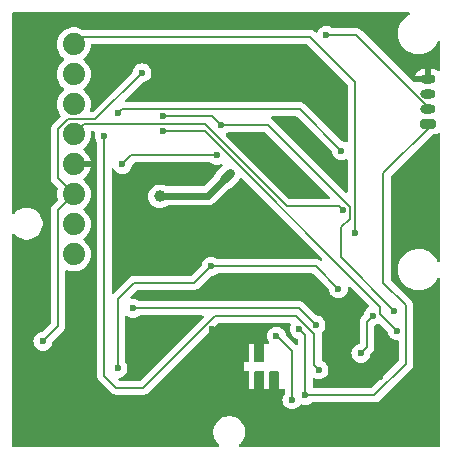
<source format=gbr>
%TF.GenerationSoftware,KiCad,Pcbnew,8.0.4*%
%TF.CreationDate,2025-03-04T17:04:42-07:00*%
%TF.ProjectId,Main Processing Board,4d61696e-2050-4726-9f63-657373696e67,rev?*%
%TF.SameCoordinates,Original*%
%TF.FileFunction,Copper,L2,Bot*%
%TF.FilePolarity,Positive*%
%FSLAX46Y46*%
G04 Gerber Fmt 4.6, Leading zero omitted, Abs format (unit mm)*
G04 Created by KiCad (PCBNEW 8.0.4) date 2025-03-04 17:04:42*
%MOMM*%
%LPD*%
G01*
G04 APERTURE LIST*
G04 Aperture macros list*
%AMRoundRect*
0 Rectangle with rounded corners*
0 $1 Rounding radius*
0 $2 $3 $4 $5 $6 $7 $8 $9 X,Y pos of 4 corners*
0 Add a 4 corners polygon primitive as box body*
4,1,4,$2,$3,$4,$5,$6,$7,$8,$9,$2,$3,0*
0 Add four circle primitives for the rounded corners*
1,1,$1+$1,$2,$3*
1,1,$1+$1,$4,$5*
1,1,$1+$1,$6,$7*
1,1,$1+$1,$8,$9*
0 Add four rect primitives between the rounded corners*
20,1,$1+$1,$2,$3,$4,$5,0*
20,1,$1+$1,$4,$5,$6,$7,0*
20,1,$1+$1,$6,$7,$8,$9,0*
20,1,$1+$1,$8,$9,$2,$3,0*%
G04 Aperture macros list end*
%TA.AperFunction,ComponentPad*%
%ADD10RoundRect,0.200000X0.450000X-0.200000X0.450000X0.200000X-0.450000X0.200000X-0.450000X-0.200000X0*%
%TD*%
%TA.AperFunction,ComponentPad*%
%ADD11O,1.300000X0.800000*%
%TD*%
%TA.AperFunction,ComponentPad*%
%ADD12C,1.879600*%
%TD*%
%TA.AperFunction,ViaPad*%
%ADD13C,0.600000*%
%TD*%
%TA.AperFunction,ViaPad*%
%ADD14C,1.000000*%
%TD*%
%TA.AperFunction,Conductor*%
%ADD15C,0.200000*%
%TD*%
%TA.AperFunction,Conductor*%
%ADD16C,0.600000*%
%TD*%
%TA.AperFunction,Conductor*%
%ADD17C,0.800000*%
%TD*%
G04 APERTURE END LIST*
D10*
%TO.P,PowerBoard1,1,SCK*%
%TO.N,/SCL_I2C*%
X135763000Y-59924000D03*
D11*
%TO.P,PowerBoard1,2,SDA*%
%TO.N,/SDA_I2C*%
X135763000Y-58674000D03*
%TO.P,PowerBoard1,3,VCC*%
%TO.N,+5V*%
X135763000Y-57424000D03*
%TO.P,PowerBoard1,4,GND*%
%TO.N,GND*%
X135763000Y-56174000D03*
%TD*%
D12*
%TO.P,12111,CS,CS*%
%TO.N,/CAMERA_CS*%
X105736000Y-53213000D03*
%TO.P,12111,GND,GND*%
%TO.N,GND*%
X105736000Y-63373000D03*
%TO.P,12111,MISO,MISO*%
%TO.N,/Camera_MISO*%
X105736000Y-58293000D03*
%TO.P,12111,MOSI,MOSI*%
%TO.N,/MOSI*%
X105736000Y-55753000D03*
%TO.P,12111,SCK,SCK*%
%TO.N,/SCK_SPI*%
X105736000Y-60833000D03*
%TO.P,12111,SCL,SCL*%
%TO.N,/SCL_I2C*%
X105736000Y-70993000D03*
%TO.P,12111,SDA,SDA*%
%TO.N,/SDA_I2C*%
X105736000Y-68453000D03*
%TO.P,12111,VCC,VCC*%
%TO.N,+3.3V*%
X105736000Y-65913000D03*
%TD*%
D13*
%TO.N,/SD_CS*%
X117348000Y-72009000D03*
X109474000Y-80645000D03*
X128143000Y-73914000D03*
%TO.N,/SCK_SPI*%
X128503765Y-67203235D03*
%TO.N,GND*%
X109220000Y-64770000D03*
X130810000Y-85852000D03*
X128016000Y-58039000D03*
X121031000Y-83185000D03*
X128143000Y-59309000D03*
X117475000Y-77343000D03*
X126365000Y-55499000D03*
X132207000Y-78359000D03*
X123571000Y-64389000D03*
X109220000Y-73787000D03*
X107442000Y-73660000D03*
X127000000Y-58928000D03*
X119507000Y-77216000D03*
X102997000Y-75057000D03*
X135509000Y-62992000D03*
X133858000Y-64135000D03*
X131064000Y-51689000D03*
X103124000Y-52070000D03*
X128397000Y-57404000D03*
X118491000Y-55626000D03*
X126619000Y-54864000D03*
X109855000Y-65659000D03*
X125476000Y-61341000D03*
X112395000Y-77724000D03*
X121412000Y-67945000D03*
X131699000Y-81407000D03*
X131826000Y-52578000D03*
X108585000Y-83947000D03*
X118364000Y-54229000D03*
X110998000Y-53721000D03*
%TO.N,/MOSI*%
X128397000Y-62230000D03*
X109474000Y-59055000D03*
%TO.N,/SD_MISO*%
X110744000Y-75565000D03*
X126238000Y-76962000D03*
%TO.N,+3.3V*%
X103124000Y-78359000D03*
X111506000Y-55626000D03*
%TO.N,/Camera_MISO*%
X108331000Y-60960000D03*
X126492000Y-80772000D03*
%TO.N,/SCL_I2C*%
X124841000Y-77343000D03*
X125349000Y-82931000D03*
%TO.N,/SDA_I2C*%
X124206000Y-83312000D03*
X127127000Y-52451000D03*
X122897574Y-77934428D03*
%TO.N,/CAMERA_CS*%
X129540000Y-69215000D03*
X130048000Y-79375000D03*
X131064000Y-76200000D03*
%TO.N,/Radio_CS*%
X113284000Y-59309000D03*
X118237000Y-60071000D03*
X132842000Y-75819000D03*
%TO.N,+5V*%
X118999000Y-64135000D03*
X118491000Y-64643000D03*
D14*
X113030000Y-66095000D03*
D13*
%TO.N,/Radio_MISO*%
X113284000Y-60579000D03*
X133096000Y-77470000D03*
%TO.N,/Radio_EN*%
X109855000Y-63373000D03*
X117856000Y-62611000D03*
%TD*%
D15*
%TO.N,/SD_CS*%
X115951000Y-73406000D02*
X117348000Y-72009000D01*
X117348000Y-72009000D02*
X126238000Y-72009000D01*
X126238000Y-72009000D02*
X128143000Y-73914000D01*
X110871000Y-73406000D02*
X115951000Y-73406000D01*
X109474000Y-74803000D02*
X110871000Y-73406000D01*
X109474000Y-80645000D02*
X109474000Y-74803000D01*
%TO.N,/SCK_SPI*%
X123755686Y-66929000D02*
X116805686Y-59979000D01*
X106590000Y-59979000D02*
X105736000Y-60833000D01*
X128229530Y-66929000D02*
X123755686Y-66929000D01*
X128503765Y-67203235D02*
X128229530Y-66929000D01*
X116805686Y-59979000D02*
X106590000Y-59979000D01*
%TO.N,/MOSI*%
X109474000Y-59055000D02*
X109820000Y-58709000D01*
X124876000Y-58709000D02*
X128397000Y-62230000D01*
X109820000Y-58709000D02*
X124876000Y-58709000D01*
%TO.N,/SD_MISO*%
X110744000Y-75565000D02*
X124841000Y-75565000D01*
X124841000Y-75565000D02*
X126238000Y-76962000D01*
%TO.N,+3.3V*%
X103124000Y-78359000D02*
X104394000Y-77089000D01*
X104394000Y-64571000D02*
X105736000Y-65913000D01*
X104394000Y-67255000D02*
X105736000Y-65913000D01*
X104394000Y-77089000D02*
X104394000Y-67255000D01*
X105236658Y-59579000D02*
X104394000Y-60421658D01*
X107553000Y-59579000D02*
X105236658Y-59579000D01*
X104394000Y-60421658D02*
X104394000Y-64571000D01*
X111506000Y-55626000D02*
X107553000Y-59579000D01*
%TO.N,/Camera_MISO*%
X109347000Y-82296000D02*
X111633000Y-82296000D01*
X111633000Y-82296000D02*
X117729000Y-76200000D01*
X108331000Y-81280000D02*
X109347000Y-82296000D01*
X117729000Y-76200000D02*
X124546529Y-76200000D01*
X126111000Y-80391000D02*
X126492000Y-80772000D01*
X126111000Y-77851000D02*
X126111000Y-80391000D01*
X126111000Y-77764471D02*
X126111000Y-77851000D01*
X108331000Y-60960000D02*
X108331000Y-81280000D01*
X124546529Y-76200000D02*
X126111000Y-77764471D01*
%TO.N,/SCL_I2C*%
X133858000Y-80264000D02*
X131191000Y-82931000D01*
X131191000Y-82931000D02*
X125349000Y-82931000D01*
X136144000Y-59924000D02*
X131953000Y-64115000D01*
X133858000Y-75311000D02*
X133858000Y-80264000D01*
X131953000Y-73406000D02*
X133858000Y-75311000D01*
X131953000Y-64115000D02*
X131953000Y-73406000D01*
X125349000Y-77851000D02*
X125349000Y-82931000D01*
X124841000Y-77343000D02*
X125349000Y-77851000D01*
%TO.N,/SDA_I2C*%
X129671000Y-52451000D02*
X127127000Y-52451000D01*
X122897574Y-77934428D02*
X122953310Y-77934428D01*
X122953310Y-77934428D02*
X124206000Y-79187118D01*
X135894000Y-58674000D02*
X129671000Y-52451000D01*
X124206000Y-79187118D02*
X124206000Y-83312000D01*
%TO.N,/CAMERA_CS*%
X129540000Y-69215000D02*
X129540000Y-56388000D01*
X129540000Y-56388000D02*
X125730000Y-52578000D01*
X131064000Y-76200000D02*
X130556000Y-76708000D01*
X130556000Y-76708000D02*
X130556000Y-78867000D01*
X125730000Y-52578000D02*
X106371000Y-52578000D01*
X106371000Y-52578000D02*
X105736000Y-53213000D01*
X130556000Y-78867000D02*
X130048000Y-79375000D01*
%TO.N,/Radio_CS*%
X122220059Y-60071000D02*
X129103765Y-66954706D01*
X128397000Y-68707000D02*
X128397000Y-71247000D01*
X117475000Y-59309000D02*
X113284000Y-59309000D01*
X118237000Y-60071000D02*
X122220059Y-60071000D01*
X118237000Y-60071000D02*
X117475000Y-59309000D01*
X129103765Y-66954706D02*
X129103765Y-68000235D01*
X129103765Y-68000235D02*
X128397000Y-68707000D01*
X128397000Y-71247000D02*
X132842000Y-75819000D01*
D16*
%TO.N,+5V*%
X117094000Y-66040000D02*
X118491000Y-64643000D01*
D17*
X118491000Y-64643000D02*
X118999000Y-64135000D01*
D16*
X113085000Y-66040000D02*
X117094000Y-66040000D01*
X113030000Y-66095000D02*
X113085000Y-66040000D01*
D15*
%TO.N,/Radio_MISO*%
X131699000Y-76073000D02*
X133096000Y-77470000D01*
X116840000Y-60579000D02*
X131699000Y-75438000D01*
X131699000Y-75438000D02*
X131699000Y-76073000D01*
X113284000Y-60579000D02*
X116840000Y-60579000D01*
%TO.N,/Radio_EN*%
X110617000Y-62611000D02*
X117856000Y-62611000D01*
X109855000Y-63373000D02*
X110617000Y-62611000D01*
%TD*%
%TA.AperFunction,Conductor*%
%TO.N,GND*%
G36*
X134143966Y-50520185D02*
G01*
X134189721Y-50572989D01*
X134199665Y-50642147D01*
X134170640Y-50705703D01*
X134138927Y-50731887D01*
X133961382Y-50834392D01*
X133779338Y-50974081D01*
X133617081Y-51136338D01*
X133477392Y-51318382D01*
X133362657Y-51517109D01*
X133362650Y-51517123D01*
X133276458Y-51725211D01*
X133274842Y-51729113D01*
X133215995Y-51948738D01*
X133215453Y-51950759D01*
X133215451Y-51950770D01*
X133185500Y-52178258D01*
X133185500Y-52407741D01*
X133200958Y-52525147D01*
X133215452Y-52635238D01*
X133215453Y-52635240D01*
X133274842Y-52856887D01*
X133362650Y-53068876D01*
X133362657Y-53068890D01*
X133373586Y-53087819D01*
X133474548Y-53262692D01*
X133477392Y-53267617D01*
X133617081Y-53449661D01*
X133617089Y-53449670D01*
X133779330Y-53611911D01*
X133779338Y-53611918D01*
X133961382Y-53751607D01*
X133961385Y-53751608D01*
X133961388Y-53751611D01*
X134160112Y-53866344D01*
X134160117Y-53866346D01*
X134160123Y-53866349D01*
X134243421Y-53900852D01*
X134372113Y-53954158D01*
X134593762Y-54013548D01*
X134821266Y-54043500D01*
X134821273Y-54043500D01*
X135050727Y-54043500D01*
X135050734Y-54043500D01*
X135278238Y-54013548D01*
X135499887Y-53954158D01*
X135711888Y-53866344D01*
X135910612Y-53751611D01*
X136092661Y-53611919D01*
X136092665Y-53611914D01*
X136092670Y-53611911D01*
X136254911Y-53449670D01*
X136254914Y-53449665D01*
X136254919Y-53449661D01*
X136394611Y-53267612D01*
X136509344Y-53068888D01*
X136516279Y-53052145D01*
X136527939Y-53023997D01*
X136571780Y-52969593D01*
X136638074Y-52947528D01*
X136705773Y-52964807D01*
X136753384Y-53015944D01*
X136766500Y-53071449D01*
X136766500Y-55363063D01*
X136746815Y-55430102D01*
X136694011Y-55475857D01*
X136624853Y-55485801D01*
X136573609Y-55466165D01*
X136439316Y-55376433D01*
X136439307Y-55376428D01*
X136275520Y-55308586D01*
X136275512Y-55308584D01*
X136101646Y-55274000D01*
X136013000Y-55274000D01*
X136013000Y-56124272D01*
X135974940Y-56032386D01*
X135904614Y-55962060D01*
X135812728Y-55924000D01*
X135713272Y-55924000D01*
X135621386Y-55962060D01*
X135551060Y-56032386D01*
X135513000Y-56124272D01*
X135513000Y-56223728D01*
X135551060Y-56315614D01*
X135621386Y-56385940D01*
X135713272Y-56424000D01*
X134630625Y-56424000D01*
X134605685Y-56440987D01*
X134535840Y-56442854D01*
X134479902Y-56410667D01*
X133993235Y-55924000D01*
X134645096Y-55924000D01*
X135513000Y-55924000D01*
X135513000Y-55274000D01*
X135424353Y-55274000D01*
X135250487Y-55308584D01*
X135250479Y-55308586D01*
X135086692Y-55376428D01*
X135086683Y-55376433D01*
X134939283Y-55474923D01*
X134939279Y-55474926D01*
X134813926Y-55600279D01*
X134813923Y-55600283D01*
X134715433Y-55747683D01*
X134715428Y-55747693D01*
X134647587Y-55911476D01*
X134647584Y-55911483D01*
X134645096Y-55924000D01*
X133993235Y-55924000D01*
X130158590Y-52089355D01*
X130158588Y-52089352D01*
X130039717Y-51970481D01*
X130039709Y-51970475D01*
X129937936Y-51911717D01*
X129937934Y-51911716D01*
X129902790Y-51891425D01*
X129902789Y-51891424D01*
X129890263Y-51888067D01*
X129750057Y-51850499D01*
X129591943Y-51850499D01*
X129584347Y-51850499D01*
X129584331Y-51850500D01*
X127709412Y-51850500D01*
X127642373Y-51830815D01*
X127632097Y-51823445D01*
X127629263Y-51821185D01*
X127629262Y-51821184D01*
X127552100Y-51772700D01*
X127476523Y-51725211D01*
X127306254Y-51665631D01*
X127306249Y-51665630D01*
X127127004Y-51645435D01*
X127126996Y-51645435D01*
X126947750Y-51665630D01*
X126947745Y-51665631D01*
X126777476Y-51725211D01*
X126624737Y-51821184D01*
X126497184Y-51948737D01*
X126401210Y-52101478D01*
X126389014Y-52136332D01*
X126348291Y-52193107D01*
X126283338Y-52218853D01*
X126214777Y-52205396D01*
X126184292Y-52183056D01*
X126098717Y-52097481D01*
X126098716Y-52097480D01*
X126011904Y-52047360D01*
X126011904Y-52047359D01*
X126011900Y-52047358D01*
X125961785Y-52018423D01*
X125809057Y-51977499D01*
X125650943Y-51977499D01*
X125643347Y-51977499D01*
X125643331Y-51977500D01*
X106510572Y-51977500D01*
X106451554Y-51962555D01*
X106316546Y-51889491D01*
X106316541Y-51889489D01*
X106090786Y-51811988D01*
X105933826Y-51785796D01*
X105855347Y-51772700D01*
X105616653Y-51772700D01*
X105557793Y-51782522D01*
X105381213Y-51811988D01*
X105155458Y-51889489D01*
X105155453Y-51889491D01*
X104945529Y-52003098D01*
X104757169Y-52149704D01*
X104595506Y-52325317D01*
X104464951Y-52525147D01*
X104369070Y-52743732D01*
X104310475Y-52975118D01*
X104310473Y-52975130D01*
X104290764Y-53212994D01*
X104290764Y-53213005D01*
X104310473Y-53450869D01*
X104310475Y-53450881D01*
X104369070Y-53682267D01*
X104464951Y-53900852D01*
X104464953Y-53900856D01*
X104595506Y-54100682D01*
X104757168Y-54276295D01*
X104757171Y-54276297D01*
X104757174Y-54276300D01*
X104897020Y-54385147D01*
X104937833Y-54441857D01*
X104941508Y-54511630D01*
X104906876Y-54572313D01*
X104897020Y-54580853D01*
X104757174Y-54689699D01*
X104757171Y-54689702D01*
X104595506Y-54865317D01*
X104464951Y-55065147D01*
X104369070Y-55283732D01*
X104310475Y-55515118D01*
X104310473Y-55515130D01*
X104290764Y-55752994D01*
X104290764Y-55753005D01*
X104310473Y-55990869D01*
X104310475Y-55990881D01*
X104369070Y-56222267D01*
X104457215Y-56423215D01*
X104464953Y-56440856D01*
X104595506Y-56640682D01*
X104757168Y-56816295D01*
X104757171Y-56816297D01*
X104757174Y-56816300D01*
X104897020Y-56925147D01*
X104937833Y-56981857D01*
X104941508Y-57051630D01*
X104906876Y-57112313D01*
X104897020Y-57120853D01*
X104757174Y-57229699D01*
X104757171Y-57229702D01*
X104595506Y-57405317D01*
X104464951Y-57605147D01*
X104369070Y-57823732D01*
X104310475Y-58055118D01*
X104310473Y-58055130D01*
X104290764Y-58292994D01*
X104290764Y-58293005D01*
X104310473Y-58530869D01*
X104310475Y-58530881D01*
X104369070Y-58762267D01*
X104464953Y-58980857D01*
X104595504Y-59180679D01*
X104595512Y-59180690D01*
X104606106Y-59192197D01*
X104637030Y-59254851D01*
X104629171Y-59324277D01*
X104602559Y-59363862D01*
X104025286Y-59941136D01*
X103913481Y-60052940D01*
X103913479Y-60052943D01*
X103864040Y-60138576D01*
X103864038Y-60138578D01*
X103834425Y-60189867D01*
X103834424Y-60189868D01*
X103834423Y-60189873D01*
X103793499Y-60342601D01*
X103793499Y-60342603D01*
X103793499Y-60510704D01*
X103793500Y-60510717D01*
X103793500Y-64484330D01*
X103793499Y-64484348D01*
X103793499Y-64650054D01*
X103793498Y-64650054D01*
X103805656Y-64695427D01*
X103817743Y-64740537D01*
X103834424Y-64802787D01*
X103845663Y-64822253D01*
X103845664Y-64822255D01*
X103913477Y-64939712D01*
X103913481Y-64939717D01*
X104032349Y-65058585D01*
X104032355Y-65058590D01*
X104329035Y-65355270D01*
X104362520Y-65416593D01*
X104361560Y-65473391D01*
X104310475Y-65675118D01*
X104310473Y-65675130D01*
X104290764Y-65912994D01*
X104290764Y-65913005D01*
X104310473Y-66150869D01*
X104310475Y-66150881D01*
X104361560Y-66352607D01*
X104358935Y-66422427D01*
X104329035Y-66470728D01*
X104025286Y-66774478D01*
X103913481Y-66886282D01*
X103913477Y-66886287D01*
X103864310Y-66971449D01*
X103864310Y-66971450D01*
X103834423Y-67023214D01*
X103834423Y-67023215D01*
X103793499Y-67175943D01*
X103793499Y-67175945D01*
X103793499Y-67344046D01*
X103793500Y-67344059D01*
X103793500Y-76788902D01*
X103773815Y-76855941D01*
X103757181Y-76876583D01*
X103105465Y-77528298D01*
X103044142Y-77561783D01*
X103031668Y-77563837D01*
X102944750Y-77573630D01*
X102774478Y-77633210D01*
X102621737Y-77729184D01*
X102494184Y-77856737D01*
X102398211Y-78009476D01*
X102338631Y-78179745D01*
X102338630Y-78179750D01*
X102318435Y-78358996D01*
X102318435Y-78359003D01*
X102338630Y-78538249D01*
X102338631Y-78538254D01*
X102398211Y-78708523D01*
X102421247Y-78745184D01*
X102494184Y-78861262D01*
X102621738Y-78988816D01*
X102774478Y-79084789D01*
X102814491Y-79098790D01*
X102944745Y-79144368D01*
X102944750Y-79144369D01*
X103123996Y-79164565D01*
X103124000Y-79164565D01*
X103124004Y-79164565D01*
X103303249Y-79144369D01*
X103303252Y-79144368D01*
X103303255Y-79144368D01*
X103473522Y-79084789D01*
X103626262Y-78988816D01*
X103753816Y-78861262D01*
X103849789Y-78708522D01*
X103909368Y-78538255D01*
X103919161Y-78451329D01*
X103946226Y-78386918D01*
X103954690Y-78377543D01*
X104752506Y-77579728D01*
X104752511Y-77579724D01*
X104762714Y-77569520D01*
X104762716Y-77569520D01*
X104874520Y-77457716D01*
X104940751Y-77343000D01*
X104953577Y-77320785D01*
X104994500Y-77168058D01*
X104994500Y-77009943D01*
X104994500Y-72434925D01*
X105014185Y-72367886D01*
X105066989Y-72322131D01*
X105136147Y-72312187D01*
X105158756Y-72317642D01*
X105381216Y-72394012D01*
X105616653Y-72433300D01*
X105616654Y-72433300D01*
X105855346Y-72433300D01*
X105855347Y-72433300D01*
X106090784Y-72394012D01*
X106316545Y-72316509D01*
X106526469Y-72202903D01*
X106714832Y-72056295D01*
X106876494Y-71880682D01*
X107007047Y-71680856D01*
X107102929Y-71462267D01*
X107123912Y-71379407D01*
X107161525Y-71230880D01*
X107161526Y-71230869D01*
X107181236Y-70993005D01*
X107181236Y-70992994D01*
X107161526Y-70755130D01*
X107161524Y-70755118D01*
X107102929Y-70523732D01*
X107007048Y-70305147D01*
X107007047Y-70305144D01*
X106876494Y-70105318D01*
X106714832Y-69929705D01*
X106574978Y-69820853D01*
X106534166Y-69764143D01*
X106530491Y-69694370D01*
X106565122Y-69633687D01*
X106574979Y-69625146D01*
X106714832Y-69516295D01*
X106876494Y-69340682D01*
X107007047Y-69140856D01*
X107102929Y-68922267D01*
X107161525Y-68690878D01*
X107162143Y-68683422D01*
X107181236Y-68453005D01*
X107181236Y-68452994D01*
X107161526Y-68215130D01*
X107161524Y-68215118D01*
X107102929Y-67983732D01*
X107007048Y-67765147D01*
X107007047Y-67765144D01*
X106876494Y-67565318D01*
X106714832Y-67389705D01*
X106574978Y-67280853D01*
X106534166Y-67224143D01*
X106530491Y-67154370D01*
X106565122Y-67093687D01*
X106574979Y-67085146D01*
X106714832Y-66976295D01*
X106876494Y-66800682D01*
X107007047Y-66600856D01*
X107102929Y-66382267D01*
X107161525Y-66150878D01*
X107181236Y-65913000D01*
X107180065Y-65898870D01*
X107161526Y-65675130D01*
X107161524Y-65675118D01*
X107102929Y-65443732D01*
X107007048Y-65225147D01*
X107007047Y-65225144D01*
X106876494Y-65025318D01*
X106714832Y-64849705D01*
X106574571Y-64740536D01*
X106533759Y-64683826D01*
X106530084Y-64614053D01*
X106564715Y-64553370D01*
X106574572Y-64544829D01*
X106714492Y-64435925D01*
X106714495Y-64435922D01*
X106876092Y-64260383D01*
X106876100Y-64260372D01*
X107006606Y-64060619D01*
X107102455Y-63842103D01*
X107157940Y-63623000D01*
X106178251Y-63623000D01*
X106209381Y-63569081D01*
X106244000Y-63439880D01*
X106244000Y-63306120D01*
X106209381Y-63176919D01*
X106178251Y-63123000D01*
X107157940Y-63123000D01*
X107102455Y-62903896D01*
X107006606Y-62685380D01*
X106876100Y-62485627D01*
X106876092Y-62485616D01*
X106714495Y-62310077D01*
X106714485Y-62310068D01*
X106574572Y-62201169D01*
X106533759Y-62144459D01*
X106530084Y-62074686D01*
X106564716Y-62014003D01*
X106574559Y-62005473D01*
X106714832Y-61896295D01*
X106876494Y-61720682D01*
X107007047Y-61520856D01*
X107102929Y-61302267D01*
X107161525Y-61070878D01*
X107161526Y-61070869D01*
X107181236Y-60833005D01*
X107181236Y-60832994D01*
X107171354Y-60713740D01*
X107185435Y-60645304D01*
X107234280Y-60595345D01*
X107294930Y-60579500D01*
X107441288Y-60579500D01*
X107508327Y-60599185D01*
X107554082Y-60651989D01*
X107564026Y-60721147D01*
X107558330Y-60744454D01*
X107545632Y-60780742D01*
X107545630Y-60780750D01*
X107525435Y-60959996D01*
X107525435Y-60960003D01*
X107545630Y-61139249D01*
X107545631Y-61139254D01*
X107605211Y-61309523D01*
X107652364Y-61384565D01*
X107690106Y-61444632D01*
X107701185Y-61462263D01*
X107703445Y-61465097D01*
X107704334Y-61467275D01*
X107704889Y-61468158D01*
X107704734Y-61468255D01*
X107729855Y-61529783D01*
X107730500Y-61542412D01*
X107730500Y-81193330D01*
X107730499Y-81193348D01*
X107730499Y-81359054D01*
X107730498Y-81359054D01*
X107765077Y-81488100D01*
X107771423Y-81511785D01*
X107797741Y-81557368D01*
X107850479Y-81648714D01*
X107850481Y-81648717D01*
X107969349Y-81767585D01*
X107969355Y-81767590D01*
X108862139Y-82660374D01*
X108862149Y-82660385D01*
X108866479Y-82664715D01*
X108866480Y-82664716D01*
X108978284Y-82776520D01*
X108978286Y-82776521D01*
X108978287Y-82776522D01*
X108992134Y-82784516D01*
X109035820Y-82809738D01*
X109115215Y-82855577D01*
X109267943Y-82896501D01*
X109267946Y-82896501D01*
X109433653Y-82896501D01*
X109433669Y-82896500D01*
X111546331Y-82896500D01*
X111546347Y-82896501D01*
X111553943Y-82896501D01*
X111712054Y-82896501D01*
X111712057Y-82896501D01*
X111864785Y-82855577D01*
X111944180Y-82809738D01*
X112001716Y-82776520D01*
X112113520Y-82664716D01*
X112113520Y-82664714D01*
X112123724Y-82654511D01*
X112123727Y-82654506D01*
X117941416Y-76836819D01*
X118002739Y-76803334D01*
X118029097Y-76800500D01*
X124012106Y-76800500D01*
X124079145Y-76820185D01*
X124124900Y-76872989D01*
X124134844Y-76942147D01*
X124117097Y-76990476D01*
X124115211Y-76993476D01*
X124055631Y-77163745D01*
X124055630Y-77163750D01*
X124035435Y-77342996D01*
X124035435Y-77343000D01*
X124055630Y-77522249D01*
X124055631Y-77522254D01*
X124115211Y-77692523D01*
X124195010Y-77819521D01*
X124211184Y-77845262D01*
X124338738Y-77972816D01*
X124491478Y-78068789D01*
X124661745Y-78128368D01*
X124661748Y-78128368D01*
X124665454Y-78129665D01*
X124722230Y-78170387D01*
X124747978Y-78235339D01*
X124748500Y-78246707D01*
X124748500Y-78581021D01*
X124728815Y-78648060D01*
X124676011Y-78693815D01*
X124606853Y-78703759D01*
X124543297Y-78674734D01*
X124536819Y-78668702D01*
X123721197Y-77853080D01*
X123687712Y-77791757D01*
X123685659Y-77779293D01*
X123682942Y-77755173D01*
X123623363Y-77584906D01*
X123527390Y-77432166D01*
X123399836Y-77304612D01*
X123247097Y-77208639D01*
X123076828Y-77149059D01*
X123076823Y-77149058D01*
X122897578Y-77128863D01*
X122897570Y-77128863D01*
X122718324Y-77149058D01*
X122718319Y-77149059D01*
X122548050Y-77208639D01*
X122395311Y-77304612D01*
X122267758Y-77432165D01*
X122171785Y-77584904D01*
X122112205Y-77755173D01*
X122112204Y-77755178D01*
X122092009Y-77934424D01*
X122092009Y-77934431D01*
X122112204Y-78113677D01*
X122112205Y-78113682D01*
X122171785Y-78283951D01*
X122255397Y-78417018D01*
X122274397Y-78484255D01*
X122254029Y-78551090D01*
X122200761Y-78596304D01*
X122150403Y-78606990D01*
X121859200Y-78606990D01*
X121859200Y-79985688D01*
X121839515Y-80052727D01*
X121786711Y-80098482D01*
X121735200Y-80109688D01*
X121108500Y-80109688D01*
X121041461Y-80090003D01*
X120995706Y-80037199D01*
X120984500Y-79985688D01*
X120984500Y-78606660D01*
X120606940Y-78606660D01*
X120606940Y-79985688D01*
X120587255Y-80052727D01*
X120534451Y-80098482D01*
X120482940Y-80109688D01*
X120111880Y-80109688D01*
X120111880Y-80866000D01*
X120482940Y-80866000D01*
X120549979Y-80885685D01*
X120595734Y-80938489D01*
X120606940Y-80990000D01*
X120606940Y-82360000D01*
X120984500Y-82360000D01*
X120984500Y-80990000D01*
X121004185Y-80922961D01*
X121056989Y-80877206D01*
X121108500Y-80866000D01*
X121735200Y-80866000D01*
X121802239Y-80885685D01*
X121847994Y-80938489D01*
X121859200Y-80990000D01*
X121859200Y-82360000D01*
X122234500Y-82360000D01*
X122234500Y-80990000D01*
X122254185Y-80922961D01*
X122306989Y-80877206D01*
X122358500Y-80866000D01*
X122987180Y-80866000D01*
X123054219Y-80885685D01*
X123099974Y-80938489D01*
X123111180Y-80990000D01*
X123111180Y-82360000D01*
X123481500Y-82360000D01*
X123548539Y-82379685D01*
X123594294Y-82432489D01*
X123605500Y-82484000D01*
X123605500Y-82729587D01*
X123585815Y-82796626D01*
X123578450Y-82806896D01*
X123576186Y-82809734D01*
X123480211Y-82962476D01*
X123420631Y-83132745D01*
X123420630Y-83132750D01*
X123400435Y-83311996D01*
X123400435Y-83312003D01*
X123420630Y-83491249D01*
X123420631Y-83491254D01*
X123480211Y-83661523D01*
X123576182Y-83814259D01*
X123576184Y-83814262D01*
X123703738Y-83941816D01*
X123856478Y-84037789D01*
X124026745Y-84097368D01*
X124026750Y-84097369D01*
X124205996Y-84117565D01*
X124206000Y-84117565D01*
X124206004Y-84117565D01*
X124385249Y-84097369D01*
X124385252Y-84097368D01*
X124385255Y-84097368D01*
X124555522Y-84037789D01*
X124708262Y-83941816D01*
X124835816Y-83814262D01*
X124893816Y-83721954D01*
X124946149Y-83675664D01*
X125015202Y-83665015D01*
X125039764Y-83670886D01*
X125169737Y-83716366D01*
X125169743Y-83716367D01*
X125169745Y-83716368D01*
X125169746Y-83716368D01*
X125169750Y-83716369D01*
X125348996Y-83736565D01*
X125349000Y-83736565D01*
X125349004Y-83736565D01*
X125528249Y-83716369D01*
X125528252Y-83716368D01*
X125528255Y-83716368D01*
X125698522Y-83656789D01*
X125851262Y-83560816D01*
X125851267Y-83560810D01*
X125854097Y-83558555D01*
X125856275Y-83557665D01*
X125857158Y-83557111D01*
X125857255Y-83557265D01*
X125918783Y-83532145D01*
X125931412Y-83531500D01*
X131104331Y-83531500D01*
X131104347Y-83531501D01*
X131111943Y-83531501D01*
X131270054Y-83531501D01*
X131270057Y-83531501D01*
X131422785Y-83490577D01*
X131472904Y-83461639D01*
X131559716Y-83411520D01*
X131671520Y-83299716D01*
X131671520Y-83299714D01*
X131681728Y-83289507D01*
X131681729Y-83289504D01*
X134338520Y-80632716D01*
X134417577Y-80495784D01*
X134458501Y-80343057D01*
X134458501Y-80184942D01*
X134458501Y-80177347D01*
X134458500Y-80177329D01*
X134458500Y-75400059D01*
X134458501Y-75400046D01*
X134458501Y-75231945D01*
X134458501Y-75231943D01*
X134417577Y-75079215D01*
X134386690Y-75025717D01*
X134338520Y-74942284D01*
X134226716Y-74830480D01*
X134226715Y-74830479D01*
X134222385Y-74826149D01*
X134222374Y-74826139D01*
X132589819Y-73193584D01*
X132556334Y-73132261D01*
X132553500Y-73105903D01*
X132553500Y-64415097D01*
X132573185Y-64348058D01*
X132589819Y-64327416D01*
X136056416Y-60860819D01*
X136117739Y-60827334D01*
X136144097Y-60824500D01*
X136269613Y-60824500D01*
X136269616Y-60824500D01*
X136340196Y-60818086D01*
X136502606Y-60767478D01*
X136578350Y-60721688D01*
X136645904Y-60703852D01*
X136712378Y-60725369D01*
X136756666Y-60779409D01*
X136766500Y-60827805D01*
X136766500Y-71514550D01*
X136746815Y-71581589D01*
X136694011Y-71627344D01*
X136624853Y-71637288D01*
X136561297Y-71608263D01*
X136527939Y-71562003D01*
X136509347Y-71517118D01*
X136509342Y-71517109D01*
X136507058Y-71513153D01*
X136394611Y-71318388D01*
X136394608Y-71318385D01*
X136394607Y-71318382D01*
X136254918Y-71136338D01*
X136254911Y-71136330D01*
X136092670Y-70974089D01*
X136092661Y-70974081D01*
X135910617Y-70834392D01*
X135711890Y-70719657D01*
X135711876Y-70719650D01*
X135499887Y-70631842D01*
X135278238Y-70572452D01*
X135240215Y-70567446D01*
X135050741Y-70542500D01*
X135050734Y-70542500D01*
X134821266Y-70542500D01*
X134821258Y-70542500D01*
X134604715Y-70571009D01*
X134593762Y-70572452D01*
X134500076Y-70597554D01*
X134372112Y-70631842D01*
X134160123Y-70719650D01*
X134160109Y-70719657D01*
X133961382Y-70834392D01*
X133779338Y-70974081D01*
X133617081Y-71136338D01*
X133477392Y-71318382D01*
X133362657Y-71517109D01*
X133362650Y-71517123D01*
X133274842Y-71729112D01*
X133215453Y-71950759D01*
X133215451Y-71950770D01*
X133185500Y-72178258D01*
X133185500Y-72407741D01*
X133210446Y-72597215D01*
X133215452Y-72635238D01*
X133251342Y-72769181D01*
X133274842Y-72856887D01*
X133362650Y-73068876D01*
X133362657Y-73068890D01*
X133477392Y-73267617D01*
X133617081Y-73449661D01*
X133617089Y-73449670D01*
X133779330Y-73611911D01*
X133779338Y-73611918D01*
X133961382Y-73751607D01*
X133961385Y-73751608D01*
X133961388Y-73751611D01*
X134160112Y-73866344D01*
X134160117Y-73866346D01*
X134160123Y-73866349D01*
X134208821Y-73886520D01*
X134372113Y-73954158D01*
X134593762Y-74013548D01*
X134821266Y-74043500D01*
X134821273Y-74043500D01*
X135050727Y-74043500D01*
X135050734Y-74043500D01*
X135278238Y-74013548D01*
X135499887Y-73954158D01*
X135711888Y-73866344D01*
X135910612Y-73751611D01*
X136092661Y-73611919D01*
X136092665Y-73611914D01*
X136092670Y-73611911D01*
X136254911Y-73449670D01*
X136254914Y-73449665D01*
X136254919Y-73449661D01*
X136394611Y-73267612D01*
X136509344Y-73068888D01*
X136527939Y-73023997D01*
X136571780Y-72969593D01*
X136638074Y-72947528D01*
X136705773Y-72964807D01*
X136753384Y-73015944D01*
X136766500Y-73071449D01*
X136766500Y-87175500D01*
X136746815Y-87242539D01*
X136694011Y-87288294D01*
X136642500Y-87299500D01*
X119859029Y-87299500D01*
X119791990Y-87279815D01*
X119746235Y-87227011D01*
X119736291Y-87157853D01*
X119765316Y-87094297D01*
X119778493Y-87081214D01*
X119779789Y-87080106D01*
X119779788Y-87080106D01*
X119779792Y-87080104D01*
X119930104Y-86929792D01*
X119930106Y-86929788D01*
X119930109Y-86929786D01*
X120055048Y-86757820D01*
X120055047Y-86757820D01*
X120055051Y-86757816D01*
X120151557Y-86568412D01*
X120217246Y-86366243D01*
X120250500Y-86156287D01*
X120250500Y-85943713D01*
X120217246Y-85733757D01*
X120151557Y-85531588D01*
X120055051Y-85342184D01*
X120055049Y-85342181D01*
X120055048Y-85342179D01*
X119930109Y-85170213D01*
X119779786Y-85019890D01*
X119607820Y-84894951D01*
X119418414Y-84798444D01*
X119418413Y-84798443D01*
X119418412Y-84798443D01*
X119216243Y-84732754D01*
X119216241Y-84732753D01*
X119216240Y-84732753D01*
X119054957Y-84707208D01*
X119006287Y-84699500D01*
X118793713Y-84699500D01*
X118745042Y-84707208D01*
X118583760Y-84732753D01*
X118381585Y-84798444D01*
X118192179Y-84894951D01*
X118020213Y-85019890D01*
X117869890Y-85170213D01*
X117744951Y-85342179D01*
X117648444Y-85531585D01*
X117582753Y-85733760D01*
X117549500Y-85943713D01*
X117549500Y-86156286D01*
X117582753Y-86366239D01*
X117648444Y-86568414D01*
X117744951Y-86757820D01*
X117869890Y-86929786D01*
X118020210Y-87080106D01*
X118021507Y-87081214D01*
X118021862Y-87081758D01*
X118023653Y-87083549D01*
X118023276Y-87083925D01*
X118059698Y-87139723D01*
X118060193Y-87209591D01*
X118022836Y-87268635D01*
X117959488Y-87298110D01*
X117940971Y-87299500D01*
X100624500Y-87299500D01*
X100557461Y-87279815D01*
X100511706Y-87227011D01*
X100500500Y-87175500D01*
X100500500Y-69359029D01*
X100520185Y-69291990D01*
X100572989Y-69246235D01*
X100642147Y-69236291D01*
X100705703Y-69265316D01*
X100718786Y-69278493D01*
X100719893Y-69279789D01*
X100870213Y-69430109D01*
X101042179Y-69555048D01*
X101042181Y-69555049D01*
X101042184Y-69555051D01*
X101231588Y-69651557D01*
X101433757Y-69717246D01*
X101643713Y-69750500D01*
X101643714Y-69750500D01*
X101856286Y-69750500D01*
X101856287Y-69750500D01*
X102066243Y-69717246D01*
X102268412Y-69651557D01*
X102457816Y-69555051D01*
X102479789Y-69539086D01*
X102629786Y-69430109D01*
X102629788Y-69430106D01*
X102629792Y-69430104D01*
X102780104Y-69279792D01*
X102780106Y-69279788D01*
X102780109Y-69279786D01*
X102905048Y-69107820D01*
X102905047Y-69107820D01*
X102905051Y-69107816D01*
X103001557Y-68918412D01*
X103067246Y-68716243D01*
X103100500Y-68506287D01*
X103100500Y-68293713D01*
X103067246Y-68083757D01*
X103001557Y-67881588D01*
X102905051Y-67692184D01*
X102905049Y-67692181D01*
X102905048Y-67692179D01*
X102780109Y-67520213D01*
X102629786Y-67369890D01*
X102457820Y-67244951D01*
X102268414Y-67148444D01*
X102268413Y-67148443D01*
X102268412Y-67148443D01*
X102066243Y-67082754D01*
X102066241Y-67082753D01*
X102066240Y-67082753D01*
X101904957Y-67057208D01*
X101856287Y-67049500D01*
X101643713Y-67049500D01*
X101595042Y-67057208D01*
X101433760Y-67082753D01*
X101231585Y-67148444D01*
X101042179Y-67244951D01*
X100870213Y-67369890D01*
X100719892Y-67520211D01*
X100718778Y-67521516D01*
X100718231Y-67521872D01*
X100716451Y-67523653D01*
X100716076Y-67523278D01*
X100660266Y-67559700D01*
X100590398Y-67560188D01*
X100531357Y-67522826D01*
X100501888Y-67459474D01*
X100500500Y-67440970D01*
X100500500Y-50624500D01*
X100520185Y-50557461D01*
X100572989Y-50511706D01*
X100624500Y-50500500D01*
X134076927Y-50500500D01*
X134143966Y-50520185D01*
G37*
%TD.AperFunction*%
%TA.AperFunction,Conductor*%
G36*
X126004942Y-72629185D02*
G01*
X126025584Y-72645819D01*
X127312298Y-73932533D01*
X127345783Y-73993856D01*
X127347837Y-74006330D01*
X127357630Y-74093249D01*
X127417210Y-74263521D01*
X127454257Y-74322480D01*
X127513184Y-74416262D01*
X127640738Y-74543816D01*
X127793478Y-74639789D01*
X127963745Y-74699368D01*
X127963750Y-74699369D01*
X128142996Y-74719565D01*
X128143000Y-74719565D01*
X128143004Y-74719565D01*
X128322249Y-74699369D01*
X128322252Y-74699368D01*
X128322255Y-74699368D01*
X128492522Y-74639789D01*
X128645262Y-74543816D01*
X128772816Y-74416262D01*
X128868789Y-74263522D01*
X128928368Y-74093255D01*
X128938162Y-74006330D01*
X128948565Y-73914003D01*
X128948565Y-73913997D01*
X128940345Y-73841046D01*
X128952399Y-73772224D01*
X128999748Y-73720845D01*
X129067358Y-73703220D01*
X129133764Y-73724946D01*
X129151246Y-73739481D01*
X130709849Y-75298084D01*
X130743334Y-75359407D01*
X130738350Y-75429099D01*
X130696478Y-75485032D01*
X130688141Y-75490758D01*
X130561740Y-75570182D01*
X130561737Y-75570184D01*
X130434184Y-75697737D01*
X130338210Y-75850478D01*
X130278630Y-76020750D01*
X130268837Y-76107668D01*
X130241770Y-76172082D01*
X130233299Y-76181464D01*
X130187287Y-76227477D01*
X130187286Y-76227478D01*
X130075481Y-76339282D01*
X130075479Y-76339285D01*
X130029846Y-76418326D01*
X130029844Y-76418328D01*
X129996425Y-76476209D01*
X129996423Y-76476212D01*
X129978048Y-76544789D01*
X129955499Y-76628943D01*
X129955499Y-76628945D01*
X129955499Y-76797046D01*
X129955500Y-76797059D01*
X129955500Y-78471292D01*
X129935815Y-78538331D01*
X129883011Y-78584086D01*
X129872455Y-78588334D01*
X129698476Y-78649211D01*
X129545737Y-78745184D01*
X129418184Y-78872737D01*
X129322211Y-79025476D01*
X129262631Y-79195745D01*
X129262630Y-79195750D01*
X129242435Y-79374996D01*
X129242435Y-79375003D01*
X129262630Y-79554249D01*
X129262631Y-79554254D01*
X129322211Y-79724523D01*
X129418184Y-79877262D01*
X129545738Y-80004816D01*
X129698478Y-80100789D01*
X129868745Y-80160368D01*
X129868750Y-80160369D01*
X130047996Y-80180565D01*
X130048000Y-80180565D01*
X130048004Y-80180565D01*
X130227249Y-80160369D01*
X130227252Y-80160368D01*
X130227255Y-80160368D01*
X130397522Y-80100789D01*
X130550262Y-80004816D01*
X130677816Y-79877262D01*
X130773789Y-79724522D01*
X130833368Y-79554255D01*
X130843161Y-79467329D01*
X130870226Y-79402918D01*
X130878690Y-79393543D01*
X130914506Y-79357728D01*
X130914511Y-79357724D01*
X130924714Y-79347520D01*
X130924716Y-79347520D01*
X131036520Y-79235716D01*
X131115577Y-79098784D01*
X131156500Y-78946057D01*
X131156500Y-77103707D01*
X131176185Y-77036668D01*
X131228989Y-76990913D01*
X131239546Y-76986665D01*
X131243251Y-76985368D01*
X131243255Y-76985368D01*
X131413522Y-76925789D01*
X131507292Y-76866868D01*
X131574529Y-76847868D01*
X131641364Y-76868235D01*
X131660946Y-76884181D01*
X132265298Y-77488533D01*
X132298783Y-77549856D01*
X132300837Y-77562330D01*
X132310630Y-77649249D01*
X132370210Y-77819521D01*
X132393595Y-77856738D01*
X132466184Y-77972262D01*
X132593738Y-78099816D01*
X132746478Y-78195789D01*
X132891993Y-78246707D01*
X132916745Y-78255368D01*
X132916750Y-78255369D01*
X133095996Y-78275565D01*
X133096000Y-78275565D01*
X133096001Y-78275565D01*
X133105039Y-78274546D01*
X133119615Y-78272904D01*
X133188437Y-78284958D01*
X133239817Y-78332306D01*
X133257500Y-78396124D01*
X133257500Y-79963902D01*
X133237815Y-80030941D01*
X133221181Y-80051583D01*
X130978584Y-82294181D01*
X130917261Y-82327666D01*
X130890903Y-82330500D01*
X126073500Y-82330500D01*
X126006461Y-82310815D01*
X125960706Y-82258011D01*
X125949500Y-82206500D01*
X125949500Y-81600894D01*
X125969185Y-81533855D01*
X126021989Y-81488100D01*
X126091147Y-81478156D01*
X126139477Y-81495903D01*
X126142478Y-81497789D01*
X126189084Y-81514097D01*
X126312745Y-81557368D01*
X126312750Y-81557369D01*
X126491996Y-81577565D01*
X126492000Y-81577565D01*
X126492004Y-81577565D01*
X126671249Y-81557369D01*
X126671252Y-81557368D01*
X126671255Y-81557368D01*
X126841522Y-81497789D01*
X126994262Y-81401816D01*
X127121816Y-81274262D01*
X127217789Y-81121522D01*
X127277368Y-80951255D01*
X127277369Y-80951249D01*
X127297565Y-80772003D01*
X127297565Y-80771996D01*
X127277369Y-80592750D01*
X127277368Y-80592745D01*
X127243440Y-80495784D01*
X127217789Y-80422478D01*
X127121816Y-80269738D01*
X126994262Y-80142184D01*
X126924711Y-80098482D01*
X126841524Y-80046212D01*
X126841525Y-80046212D01*
X126794543Y-80029772D01*
X126737768Y-79989049D01*
X126712022Y-79924096D01*
X126711500Y-79912731D01*
X126711500Y-77677286D01*
X126713726Y-77677286D01*
X126722704Y-77619714D01*
X126747197Y-77584881D01*
X126803780Y-77528298D01*
X126867816Y-77464262D01*
X126963789Y-77311522D01*
X127023368Y-77141255D01*
X127023369Y-77141249D01*
X127043565Y-76962003D01*
X127043565Y-76961996D01*
X127023369Y-76782750D01*
X127023368Y-76782745D01*
X126963789Y-76612478D01*
X126949189Y-76589243D01*
X126867815Y-76459737D01*
X126740262Y-76332184D01*
X126587521Y-76236210D01*
X126417249Y-76176630D01*
X126330330Y-76166837D01*
X126265916Y-76139770D01*
X126256533Y-76131298D01*
X125328590Y-75203355D01*
X125328588Y-75203352D01*
X125209717Y-75084481D01*
X125209709Y-75084475D01*
X125107936Y-75025717D01*
X125107934Y-75025716D01*
X125072790Y-75005425D01*
X125072789Y-75005424D01*
X125060263Y-75002067D01*
X124920057Y-74964499D01*
X124761943Y-74964499D01*
X124754347Y-74964499D01*
X124754331Y-74964500D01*
X111326412Y-74964500D01*
X111259373Y-74944815D01*
X111249097Y-74937445D01*
X111246263Y-74935185D01*
X111246262Y-74935184D01*
X111189496Y-74899515D01*
X111093523Y-74839211D01*
X110923254Y-74779631D01*
X110923249Y-74779630D01*
X110744004Y-74759435D01*
X110743996Y-74759435D01*
X110671045Y-74767654D01*
X110602223Y-74755599D01*
X110550844Y-74708250D01*
X110533220Y-74640639D01*
X110554947Y-74574234D01*
X110569476Y-74556758D01*
X111083416Y-74042819D01*
X111144739Y-74009334D01*
X111171097Y-74006500D01*
X115864331Y-74006500D01*
X115864347Y-74006501D01*
X115871943Y-74006501D01*
X116030054Y-74006501D01*
X116030057Y-74006501D01*
X116182785Y-73965577D01*
X116232904Y-73936639D01*
X116319716Y-73886520D01*
X116431520Y-73774716D01*
X116431520Y-73774714D01*
X116441728Y-73764507D01*
X116441730Y-73764504D01*
X117366535Y-72839698D01*
X117427856Y-72806215D01*
X117440311Y-72804163D01*
X117527255Y-72794368D01*
X117697522Y-72734789D01*
X117850262Y-72638816D01*
X117850267Y-72638810D01*
X117853097Y-72636555D01*
X117855275Y-72635665D01*
X117856158Y-72635111D01*
X117856255Y-72635265D01*
X117917783Y-72610145D01*
X117930412Y-72609500D01*
X125937903Y-72609500D01*
X126004942Y-72629185D01*
G37*
%TD.AperFunction*%
%TA.AperFunction,Conductor*%
G36*
X116681942Y-76185185D02*
G01*
X116727697Y-76237989D01*
X116737641Y-76307147D01*
X116708616Y-76370703D01*
X116702584Y-76377181D01*
X111420584Y-81659181D01*
X111359261Y-81692666D01*
X111332903Y-81695500D01*
X109647097Y-81695500D01*
X109580058Y-81675815D01*
X109559416Y-81659181D01*
X109545347Y-81645112D01*
X109511862Y-81583789D01*
X109516846Y-81514097D01*
X109558718Y-81458164D01*
X109619143Y-81434211D01*
X109653255Y-81430368D01*
X109823522Y-81370789D01*
X109976262Y-81274816D01*
X110103816Y-81147262D01*
X110199789Y-80994522D01*
X110259368Y-80824255D01*
X110259369Y-80824249D01*
X110279565Y-80645003D01*
X110279565Y-80644996D01*
X110259369Y-80465750D01*
X110259368Y-80465745D01*
X110244228Y-80422478D01*
X110199789Y-80295478D01*
X110183615Y-80269738D01*
X110166645Y-80242730D01*
X110103816Y-80142738D01*
X110103814Y-80142736D01*
X110103813Y-80142734D01*
X110101550Y-80139896D01*
X110100659Y-80137715D01*
X110100111Y-80136842D01*
X110100264Y-80136745D01*
X110075144Y-80075209D01*
X110074500Y-80062587D01*
X110074500Y-76314094D01*
X110094185Y-76247055D01*
X110146989Y-76201300D01*
X110216147Y-76191356D01*
X110264471Y-76209100D01*
X110302193Y-76232802D01*
X110394475Y-76290788D01*
X110564745Y-76350368D01*
X110564750Y-76350369D01*
X110743996Y-76370565D01*
X110744000Y-76370565D01*
X110744004Y-76370565D01*
X110923249Y-76350369D01*
X110923252Y-76350368D01*
X110923255Y-76350368D01*
X111093522Y-76290789D01*
X111246262Y-76194816D01*
X111246267Y-76194810D01*
X111249097Y-76192555D01*
X111251275Y-76191665D01*
X111252158Y-76191111D01*
X111252255Y-76191265D01*
X111313783Y-76166145D01*
X111326412Y-76165500D01*
X116614903Y-76165500D01*
X116681942Y-76185185D01*
G37*
%TD.AperFunction*%
%TA.AperFunction,Conductor*%
G36*
X117340627Y-63231185D02*
G01*
X117350903Y-63238555D01*
X117353736Y-63240814D01*
X117353738Y-63240816D01*
X117506478Y-63336789D01*
X117662927Y-63391533D01*
X117676745Y-63396368D01*
X117676750Y-63396369D01*
X117855996Y-63416565D01*
X117856000Y-63416565D01*
X117856004Y-63416565D01*
X118035249Y-63396369D01*
X118035251Y-63396368D01*
X118035255Y-63396368D01*
X118035258Y-63396366D01*
X118035262Y-63396366D01*
X118182186Y-63344955D01*
X118251965Y-63341393D01*
X118312592Y-63376121D01*
X118344820Y-63438115D01*
X118338415Y-63507690D01*
X118310822Y-63549677D01*
X117791540Y-64068958D01*
X117791537Y-64068961D01*
X117692991Y-64216446D01*
X117692987Y-64216454D01*
X117637029Y-64351544D01*
X117610150Y-64391770D01*
X116798741Y-65203181D01*
X116737418Y-65236666D01*
X116711060Y-65239500D01*
X113582948Y-65239500D01*
X113524495Y-65224858D01*
X113414732Y-65166188D01*
X113414729Y-65166187D01*
X113414727Y-65166186D01*
X113226132Y-65108976D01*
X113226129Y-65108975D01*
X113030000Y-65089659D01*
X112833870Y-65108975D01*
X112645266Y-65166188D01*
X112471467Y-65259086D01*
X112471460Y-65259090D01*
X112319116Y-65384116D01*
X112194090Y-65536460D01*
X112194086Y-65536467D01*
X112101188Y-65710266D01*
X112043975Y-65898870D01*
X112024659Y-66095000D01*
X112043975Y-66291129D01*
X112101188Y-66479733D01*
X112194086Y-66653532D01*
X112194090Y-66653539D01*
X112319116Y-66805883D01*
X112471460Y-66930909D01*
X112471467Y-66930913D01*
X112645266Y-67023811D01*
X112645269Y-67023811D01*
X112645273Y-67023814D01*
X112833868Y-67081024D01*
X113030000Y-67100341D01*
X113226132Y-67081024D01*
X113414727Y-67023814D01*
X113588538Y-66930910D01*
X113664405Y-66868646D01*
X113728714Y-66841334D01*
X113743070Y-66840500D01*
X117172844Y-66840500D01*
X117172845Y-66840499D01*
X117327497Y-66809737D01*
X117473179Y-66749394D01*
X117604289Y-66661789D01*
X118742230Y-65523846D01*
X118782452Y-65496970D01*
X118917547Y-65441012D01*
X119065036Y-65342464D01*
X119698463Y-64709036D01*
X119761929Y-64614053D01*
X119783685Y-64581493D01*
X119837297Y-64536688D01*
X119906622Y-64527981D01*
X119969650Y-64558135D01*
X119974468Y-64562703D01*
X126729849Y-71318084D01*
X126763334Y-71379407D01*
X126758350Y-71449099D01*
X126716478Y-71505032D01*
X126651014Y-71529449D01*
X126582741Y-71514597D01*
X126580169Y-71513153D01*
X126553987Y-71498037D01*
X126492031Y-71462267D01*
X126492029Y-71462265D01*
X126477200Y-71453704D01*
X126469785Y-71449423D01*
X126317057Y-71408499D01*
X126158943Y-71408499D01*
X126151347Y-71408499D01*
X126151331Y-71408500D01*
X117930412Y-71408500D01*
X117863373Y-71388815D01*
X117853097Y-71381445D01*
X117850263Y-71379185D01*
X117850262Y-71379184D01*
X117753506Y-71318388D01*
X117697523Y-71283211D01*
X117527254Y-71223631D01*
X117527249Y-71223630D01*
X117348004Y-71203435D01*
X117347996Y-71203435D01*
X117168750Y-71223630D01*
X117168745Y-71223631D01*
X116998476Y-71283211D01*
X116845737Y-71379184D01*
X116718184Y-71506737D01*
X116622210Y-71659478D01*
X116562630Y-71829750D01*
X116552837Y-71916668D01*
X116525770Y-71981082D01*
X116517298Y-71990465D01*
X115738584Y-72769181D01*
X115677261Y-72802666D01*
X115650903Y-72805500D01*
X110791941Y-72805500D01*
X110758111Y-72814564D01*
X110758112Y-72814565D01*
X110639214Y-72846423D01*
X110639209Y-72846426D01*
X110502290Y-72925475D01*
X110502282Y-72925481D01*
X109143181Y-74284583D01*
X109081858Y-74318068D01*
X109012166Y-74313084D01*
X108956233Y-74271212D01*
X108931816Y-74205748D01*
X108931500Y-74196902D01*
X108931500Y-63838280D01*
X108951185Y-63771241D01*
X109003989Y-63725486D01*
X109073147Y-63715542D01*
X109136703Y-63744567D01*
X109160492Y-63772306D01*
X109225184Y-63875262D01*
X109352738Y-64002816D01*
X109505478Y-64098789D01*
X109675745Y-64158368D01*
X109675750Y-64158369D01*
X109854996Y-64178565D01*
X109855000Y-64178565D01*
X109855004Y-64178565D01*
X110034249Y-64158369D01*
X110034252Y-64158368D01*
X110034255Y-64158368D01*
X110204522Y-64098789D01*
X110357262Y-64002816D01*
X110484816Y-63875262D01*
X110580789Y-63722522D01*
X110640368Y-63552255D01*
X110650161Y-63465329D01*
X110677226Y-63400919D01*
X110685701Y-63391533D01*
X110829419Y-63247818D01*
X110890742Y-63214334D01*
X110917099Y-63211500D01*
X117273588Y-63211500D01*
X117340627Y-63231185D01*
G37*
%TD.AperFunction*%
%TA.AperFunction,Conductor*%
G36*
X121987001Y-60691185D02*
G01*
X122007643Y-60707819D01*
X127416643Y-66116819D01*
X127450128Y-66178142D01*
X127445144Y-66247834D01*
X127403272Y-66303767D01*
X127337808Y-66328184D01*
X127328962Y-66328500D01*
X124055783Y-66328500D01*
X123988744Y-66308815D01*
X123968102Y-66292181D01*
X118626576Y-60950655D01*
X118593091Y-60889332D01*
X118598075Y-60819640D01*
X118639947Y-60763707D01*
X118648273Y-60757988D01*
X118739262Y-60700816D01*
X118739267Y-60700810D01*
X118742097Y-60698555D01*
X118744275Y-60697665D01*
X118745158Y-60697111D01*
X118745255Y-60697265D01*
X118806783Y-60672145D01*
X118819412Y-60671500D01*
X121919962Y-60671500D01*
X121987001Y-60691185D01*
G37*
%TD.AperFunction*%
%TA.AperFunction,Conductor*%
G36*
X124642942Y-59329185D02*
G01*
X124663584Y-59345819D01*
X127566298Y-62248533D01*
X127599783Y-62309856D01*
X127601837Y-62322330D01*
X127611630Y-62409249D01*
X127671210Y-62579521D01*
X127676307Y-62587632D01*
X127767184Y-62732262D01*
X127894738Y-62859816D01*
X127958084Y-62899619D01*
X128043478Y-62953276D01*
X128047478Y-62955789D01*
X128180270Y-63002255D01*
X128217745Y-63015368D01*
X128217750Y-63015369D01*
X128396996Y-63035565D01*
X128397000Y-63035565D01*
X128397004Y-63035565D01*
X128576249Y-63015369D01*
X128576252Y-63015368D01*
X128576255Y-63015368D01*
X128746522Y-62955789D01*
X128749524Y-62953903D01*
X128751741Y-62953276D01*
X128752795Y-62952769D01*
X128752883Y-62952953D01*
X128816760Y-62934900D01*
X128883596Y-62955265D01*
X128928812Y-63008531D01*
X128939500Y-63058894D01*
X128939500Y-65641844D01*
X128919815Y-65708883D01*
X128867011Y-65754638D01*
X128797853Y-65764582D01*
X128734297Y-65735557D01*
X128727819Y-65729525D01*
X122707649Y-59709355D01*
X122707647Y-59709352D01*
X122588776Y-59590481D01*
X122588768Y-59590475D01*
X122502878Y-59540887D01*
X122454662Y-59490321D01*
X122441438Y-59421714D01*
X122467406Y-59356849D01*
X122524320Y-59316320D01*
X122564877Y-59309500D01*
X124575903Y-59309500D01*
X124642942Y-59329185D01*
G37*
%TD.AperFunction*%
%TA.AperFunction,Conductor*%
G36*
X125496942Y-53198185D02*
G01*
X125517584Y-53214819D01*
X128903181Y-56600416D01*
X128936666Y-56661739D01*
X128939500Y-56688097D01*
X128939500Y-61401105D01*
X128919815Y-61468144D01*
X128867011Y-61513899D01*
X128797853Y-61523843D01*
X128749532Y-61506101D01*
X128746524Y-61504211D01*
X128576249Y-61444630D01*
X128489330Y-61434837D01*
X128424916Y-61407770D01*
X128415533Y-61399298D01*
X125363590Y-58347355D01*
X125363588Y-58347352D01*
X125244717Y-58228481D01*
X125244716Y-58228480D01*
X125151219Y-58174500D01*
X125107785Y-58149423D01*
X124955057Y-58108499D01*
X124796943Y-58108499D01*
X124789347Y-58108499D01*
X124789331Y-58108500D01*
X110172097Y-58108500D01*
X110105058Y-58088815D01*
X110059303Y-58036011D01*
X110049359Y-57966853D01*
X110078384Y-57903297D01*
X110084416Y-57896819D01*
X110376091Y-57605144D01*
X111524535Y-56456698D01*
X111585856Y-56423215D01*
X111598311Y-56421163D01*
X111685255Y-56411368D01*
X111855522Y-56351789D01*
X112008262Y-56255816D01*
X112135816Y-56128262D01*
X112231789Y-55975522D01*
X112291368Y-55805255D01*
X112297256Y-55753000D01*
X112311565Y-55626003D01*
X112311565Y-55625996D01*
X112291369Y-55446750D01*
X112291368Y-55446745D01*
X112243023Y-55308584D01*
X112231789Y-55276478D01*
X112135816Y-55123738D01*
X112008262Y-54996184D01*
X111855523Y-54900211D01*
X111685254Y-54840631D01*
X111685249Y-54840630D01*
X111506004Y-54820435D01*
X111505996Y-54820435D01*
X111326750Y-54840630D01*
X111326745Y-54840631D01*
X111156476Y-54900211D01*
X111003737Y-54996184D01*
X110876184Y-55123737D01*
X110780210Y-55276478D01*
X110720630Y-55446750D01*
X110710837Y-55533668D01*
X110683770Y-55598082D01*
X110675298Y-55607465D01*
X107340584Y-58942181D01*
X107279261Y-58975666D01*
X107252903Y-58978500D01*
X107197877Y-58978500D01*
X107130838Y-58958815D01*
X107085083Y-58906011D01*
X107075139Y-58836853D01*
X107084321Y-58804690D01*
X107090798Y-58789922D01*
X107102929Y-58762267D01*
X107161525Y-58530878D01*
X107171430Y-58411341D01*
X107181236Y-58293005D01*
X107181236Y-58292994D01*
X107161526Y-58055130D01*
X107161524Y-58055118D01*
X107102929Y-57823732D01*
X107007048Y-57605147D01*
X107007047Y-57605144D01*
X106876494Y-57405318D01*
X106714832Y-57229705D01*
X106574978Y-57120853D01*
X106534166Y-57064143D01*
X106530491Y-56994370D01*
X106565122Y-56933687D01*
X106574979Y-56925146D01*
X106714832Y-56816295D01*
X106876494Y-56640682D01*
X107007047Y-56440856D01*
X107102929Y-56222267D01*
X107161525Y-55990878D01*
X107161526Y-55990869D01*
X107181236Y-55753005D01*
X107181236Y-55752994D01*
X107161526Y-55515130D01*
X107161524Y-55515118D01*
X107102929Y-55283732D01*
X107007048Y-55065147D01*
X107007047Y-55065144D01*
X106876494Y-54865318D01*
X106714832Y-54689705D01*
X106574978Y-54580853D01*
X106534166Y-54524143D01*
X106530491Y-54454370D01*
X106565122Y-54393687D01*
X106574979Y-54385146D01*
X106714832Y-54276295D01*
X106876494Y-54100682D01*
X107007047Y-53900856D01*
X107102929Y-53682267D01*
X107161525Y-53450878D01*
X107161626Y-53449661D01*
X107174669Y-53292260D01*
X107199822Y-53227075D01*
X107256224Y-53185837D01*
X107298245Y-53178500D01*
X125429903Y-53178500D01*
X125496942Y-53198185D01*
G37*
%TD.AperFunction*%
%TA.AperFunction,Conductor*%
G36*
X136013000Y-56300000D02*
G01*
X135993315Y-56367039D01*
X135940511Y-56412794D01*
X135889000Y-56424000D01*
X135812728Y-56424000D01*
X135904614Y-56385940D01*
X135974940Y-56315614D01*
X136013000Y-56223728D01*
X136013000Y-56300000D01*
G37*
%TD.AperFunction*%
%TD*%
M02*

</source>
